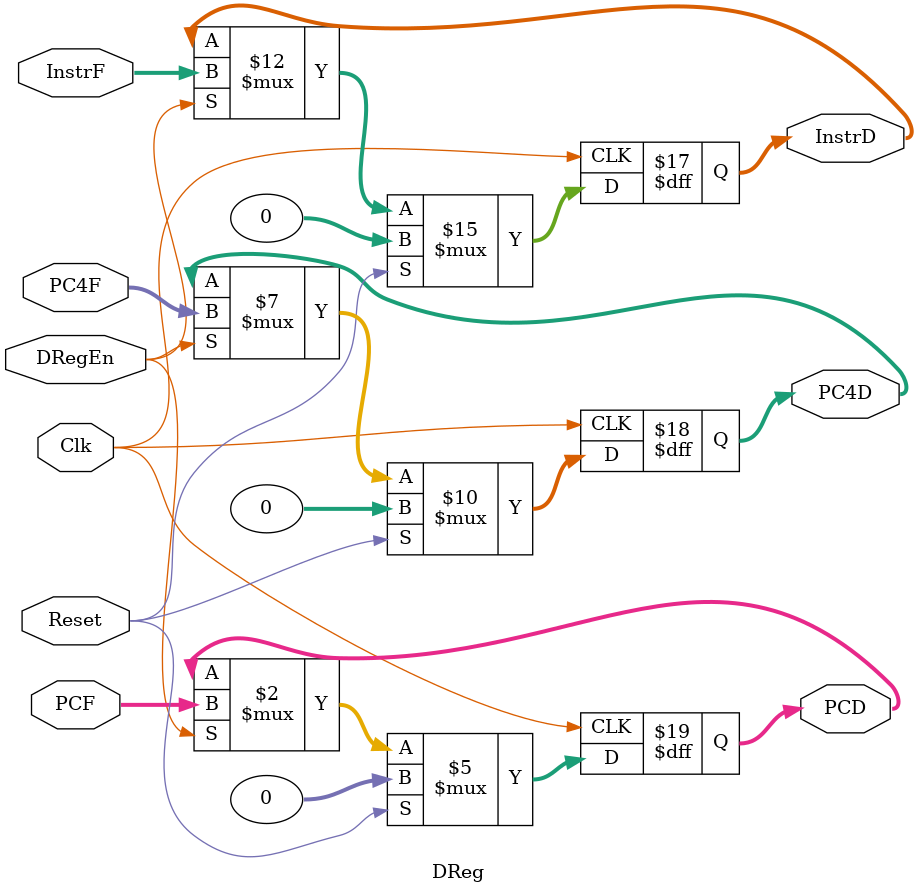
<source format=v>
`timescale 1ns / 1ps
module DReg(
	 input Clk,
	 input Reset,
	 input DRegEn,
    input [31:0] InstrF,
    input [31:0] PC4F,
	 input [31:0] PCF,
    output reg [31:0] InstrD,
    output reg [31:0] PC4D,
	 output reg [31:0] PCD
    );

	always @ (posedge Clk) begin
		if (Reset) begin
			InstrD <= 0;
			PC4D <= 0;
			PCD <= 0;
		end
		else if (DRegEn) begin
			InstrD <= InstrF;
			PC4D <= PC4F;
			PCD <= PCF;
		end
	end

endmodule

</source>
